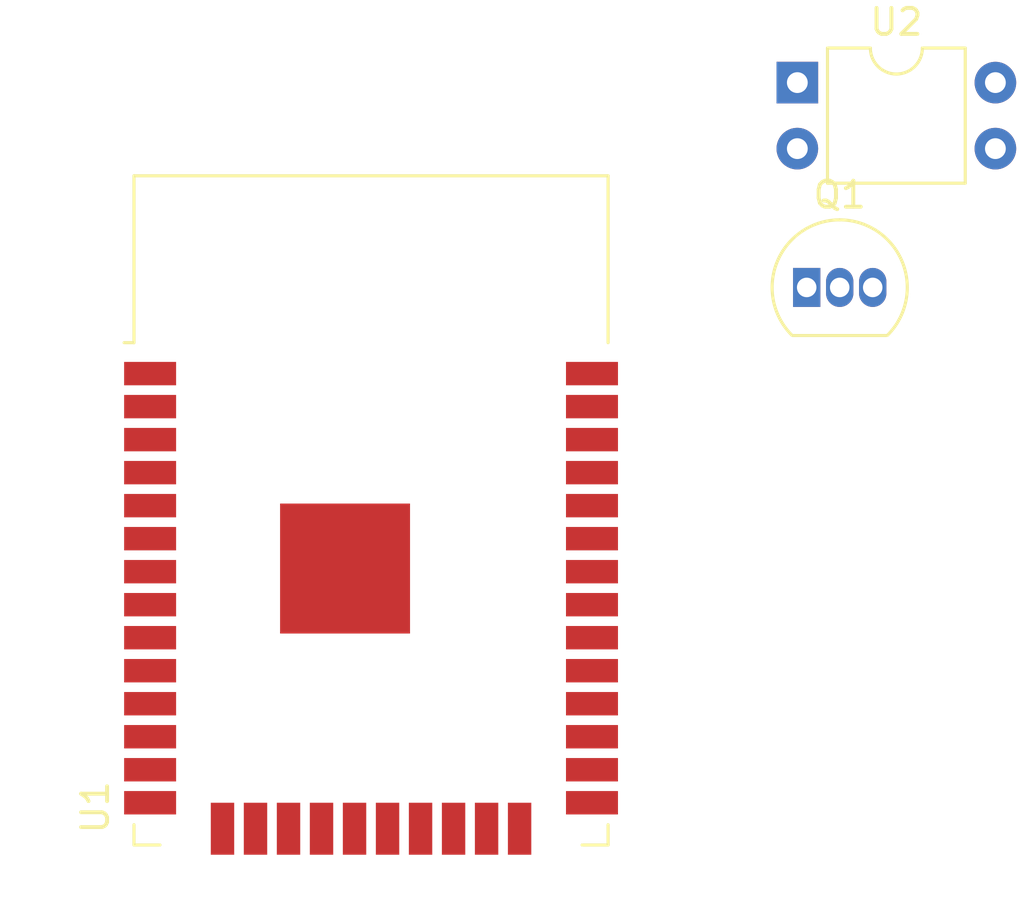
<source format=kicad_pcb>
(kicad_pcb (version 20171130) (host pcbnew "(5.1.9)-1")

  (general
    (thickness 1.6)
    (drawings 0)
    (tracks 0)
    (zones 0)
    (modules 3)
    (nets 42)
  )

  (page A4)
  (layers
    (0 F.Cu signal)
    (31 B.Cu signal)
    (32 B.Adhes user)
    (33 F.Adhes user)
    (34 B.Paste user)
    (35 F.Paste user)
    (36 B.SilkS user)
    (37 F.SilkS user)
    (38 B.Mask user)
    (39 F.Mask user)
    (40 Dwgs.User user)
    (41 Cmts.User user)
    (42 Eco1.User user)
    (43 Eco2.User user)
    (44 Edge.Cuts user)
    (45 Margin user)
    (46 B.CrtYd user)
    (47 F.CrtYd user)
    (48 B.Fab user)
    (49 F.Fab user)
  )

  (setup
    (last_trace_width 0.25)
    (trace_clearance 0.2)
    (zone_clearance 0.508)
    (zone_45_only no)
    (trace_min 0.2)
    (via_size 0.8)
    (via_drill 0.4)
    (via_min_size 0.4)
    (via_min_drill 0.3)
    (uvia_size 0.3)
    (uvia_drill 0.1)
    (uvias_allowed no)
    (uvia_min_size 0.2)
    (uvia_min_drill 0.1)
    (edge_width 0.05)
    (segment_width 0.2)
    (pcb_text_width 0.3)
    (pcb_text_size 1.5 1.5)
    (mod_edge_width 0.12)
    (mod_text_size 1 1)
    (mod_text_width 0.15)
    (pad_size 1.524 1.524)
    (pad_drill 0.762)
    (pad_to_mask_clearance 0)
    (aux_axis_origin 0 0)
    (visible_elements FFFFFF7F)
    (pcbplotparams
      (layerselection 0x010fc_ffffffff)
      (usegerberextensions false)
      (usegerberattributes true)
      (usegerberadvancedattributes true)
      (creategerberjobfile true)
      (excludeedgelayer true)
      (linewidth 0.100000)
      (plotframeref false)
      (viasonmask false)
      (mode 1)
      (useauxorigin false)
      (hpglpennumber 1)
      (hpglpenspeed 20)
      (hpglpendiameter 15.000000)
      (psnegative false)
      (psa4output false)
      (plotreference true)
      (plotvalue true)
      (plotinvisibletext false)
      (padsonsilk false)
      (subtractmaskfromsilk false)
      (outputformat 1)
      (mirror false)
      (drillshape 1)
      (scaleselection 1)
      (outputdirectory ""))
  )

  (net 0 "")
  (net 1 "Net-(Q1-Pad1)")
  (net 2 GND)
  (net 3 "Net-(Q1-Pad2)")
  (net 4 "Net-(U1-Pad1)")
  (net 5 "Net-(U1-Pad37)")
  (net 6 "Net-(U1-Pad36)")
  (net 7 "Net-(U1-Pad35)")
  (net 8 "Net-(U1-Pad34)")
  (net 9 "Net-(U1-Pad33)")
  (net 10 "Net-(U1-Pad32)")
  (net 11 "Net-(U1-Pad31)")
  (net 12 "Net-(U1-Pad30)")
  (net 13 "Net-(U1-Pad29)")
  (net 14 "Net-(U1-Pad28)")
  (net 15 "Net-(U1-Pad27)")
  (net 16 "Net-(U1-Pad26)")
  (net 17 "Net-(U1-Pad25)")
  (net 18 "Net-(U1-Pad24)")
  (net 19 "Net-(U1-Pad23)")
  (net 20 "Net-(U1-Pad22)")
  (net 21 "Net-(U1-Pad21)")
  (net 22 "Net-(U1-Pad20)")
  (net 23 "Net-(U1-Pad19)")
  (net 24 "Net-(U1-Pad18)")
  (net 25 "Net-(U1-Pad17)")
  (net 26 "Net-(R1-Pad2)")
  (net 27 "Net-(U1-Pad14)")
  (net 28 "Net-(U1-Pad13)")
  (net 29 "Net-(U1-Pad12)")
  (net 30 "Net-(U1-Pad11)")
  (net 31 "Net-(U1-Pad10)")
  (net 32 "Net-(U1-Pad9)")
  (net 33 "Net-(U1-Pad8)")
  (net 34 "Net-(U1-Pad7)")
  (net 35 "Net-(U1-Pad6)")
  (net 36 "Net-(U1-Pad5)")
  (net 37 "Net-(U1-Pad4)")
  (net 38 "Net-(U1-Pad3)")
  (net 39 "Net-(U1-Pad2)")
  (net 40 "Net-(U2-Pad4)")
  (net 41 "Net-(U2-Pad3)")

  (net_class Default "This is the default net class."
    (clearance 0.2)
    (trace_width 0.25)
    (via_dia 0.8)
    (via_drill 0.4)
    (uvia_dia 0.3)
    (uvia_drill 0.1)
    (add_net GND)
    (add_net "Net-(Q1-Pad1)")
    (add_net "Net-(Q1-Pad2)")
    (add_net "Net-(R1-Pad2)")
    (add_net "Net-(U1-Pad1)")
    (add_net "Net-(U1-Pad10)")
    (add_net "Net-(U1-Pad11)")
    (add_net "Net-(U1-Pad12)")
    (add_net "Net-(U1-Pad13)")
    (add_net "Net-(U1-Pad14)")
    (add_net "Net-(U1-Pad17)")
    (add_net "Net-(U1-Pad18)")
    (add_net "Net-(U1-Pad19)")
    (add_net "Net-(U1-Pad2)")
    (add_net "Net-(U1-Pad20)")
    (add_net "Net-(U1-Pad21)")
    (add_net "Net-(U1-Pad22)")
    (add_net "Net-(U1-Pad23)")
    (add_net "Net-(U1-Pad24)")
    (add_net "Net-(U1-Pad25)")
    (add_net "Net-(U1-Pad26)")
    (add_net "Net-(U1-Pad27)")
    (add_net "Net-(U1-Pad28)")
    (add_net "Net-(U1-Pad29)")
    (add_net "Net-(U1-Pad3)")
    (add_net "Net-(U1-Pad30)")
    (add_net "Net-(U1-Pad31)")
    (add_net "Net-(U1-Pad32)")
    (add_net "Net-(U1-Pad33)")
    (add_net "Net-(U1-Pad34)")
    (add_net "Net-(U1-Pad35)")
    (add_net "Net-(U1-Pad36)")
    (add_net "Net-(U1-Pad37)")
    (add_net "Net-(U1-Pad4)")
    (add_net "Net-(U1-Pad5)")
    (add_net "Net-(U1-Pad6)")
    (add_net "Net-(U1-Pad7)")
    (add_net "Net-(U1-Pad8)")
    (add_net "Net-(U1-Pad9)")
    (add_net "Net-(U2-Pad3)")
    (add_net "Net-(U2-Pad4)")
  )

  (module Package_DIP:DIP-4_W7.62mm (layer F.Cu) (tedit 5A02E8C5) (tstamp 61B519A2)
    (at 152.04 70.86)
    (descr "4-lead though-hole mounted DIP package, row spacing 7.62 mm (300 mils)")
    (tags "THT DIP DIL PDIP 2.54mm 7.62mm 300mil")
    (path /61B528D3)
    (fp_text reference U2 (at 3.81 -2.33) (layer F.SilkS)
      (effects (font (size 1 1) (thickness 0.15)))
    )
    (fp_text value LTV-817 (at 3.81 4.87) (layer F.Fab)
      (effects (font (size 1 1) (thickness 0.15)))
    )
    (fp_text user %R (at 3.81 1.27) (layer F.Fab)
      (effects (font (size 1 1) (thickness 0.15)))
    )
    (fp_arc (start 3.81 -1.33) (end 2.81 -1.33) (angle -180) (layer F.SilkS) (width 0.12))
    (fp_line (start 1.635 -1.27) (end 6.985 -1.27) (layer F.Fab) (width 0.1))
    (fp_line (start 6.985 -1.27) (end 6.985 3.81) (layer F.Fab) (width 0.1))
    (fp_line (start 6.985 3.81) (end 0.635 3.81) (layer F.Fab) (width 0.1))
    (fp_line (start 0.635 3.81) (end 0.635 -0.27) (layer F.Fab) (width 0.1))
    (fp_line (start 0.635 -0.27) (end 1.635 -1.27) (layer F.Fab) (width 0.1))
    (fp_line (start 2.81 -1.33) (end 1.16 -1.33) (layer F.SilkS) (width 0.12))
    (fp_line (start 1.16 -1.33) (end 1.16 3.87) (layer F.SilkS) (width 0.12))
    (fp_line (start 1.16 3.87) (end 6.46 3.87) (layer F.SilkS) (width 0.12))
    (fp_line (start 6.46 3.87) (end 6.46 -1.33) (layer F.SilkS) (width 0.12))
    (fp_line (start 6.46 -1.33) (end 4.81 -1.33) (layer F.SilkS) (width 0.12))
    (fp_line (start -1.1 -1.55) (end -1.1 4.1) (layer F.CrtYd) (width 0.05))
    (fp_line (start -1.1 4.1) (end 8.7 4.1) (layer F.CrtYd) (width 0.05))
    (fp_line (start 8.7 4.1) (end 8.7 -1.55) (layer F.CrtYd) (width 0.05))
    (fp_line (start 8.7 -1.55) (end -1.1 -1.55) (layer F.CrtYd) (width 0.05))
    (pad 4 thru_hole oval (at 7.62 0) (size 1.6 1.6) (drill 0.8) (layers *.Cu *.Mask)
      (net 40 "Net-(U2-Pad4)"))
    (pad 2 thru_hole oval (at 0 2.54) (size 1.6 1.6) (drill 0.8) (layers *.Cu *.Mask)
      (net 2 GND))
    (pad 3 thru_hole oval (at 7.62 2.54) (size 1.6 1.6) (drill 0.8) (layers *.Cu *.Mask)
      (net 41 "Net-(U2-Pad3)"))
    (pad 1 thru_hole rect (at 0 0) (size 1.6 1.6) (drill 0.8) (layers *.Cu *.Mask)
      (net 1 "Net-(Q1-Pad1)"))
    (model ${KISYS3DMOD}/Package_DIP.3dshapes/DIP-4_W7.62mm.wrl
      (at (xyz 0 0 0))
      (scale (xyz 1 1 1))
      (rotate (xyz 0 0 0))
    )
  )

  (module RF_Module:ESP32-WROOM-32 (layer F.Cu) (tedit 5B5B4654) (tstamp 61B5198A)
    (at 135.64 90.31)
    (descr "Single 2.4 GHz Wi-Fi and Bluetooth combo chip https://www.espressif.com/sites/default/files/documentation/esp32-wroom-32_datasheet_en.pdf")
    (tags "Single 2.4 GHz Wi-Fi and Bluetooth combo  chip")
    (path /61B515C0)
    (attr smd)
    (fp_text reference U1 (at -10.61 8.43 90) (layer F.SilkS)
      (effects (font (size 1 1) (thickness 0.15)))
    )
    (fp_text value ESP32-WROOM-32 (at 0 11.5) (layer F.Fab)
      (effects (font (size 1 1) (thickness 0.15)))
    )
    (fp_text user "5 mm" (at 7.8 -19.075 90) (layer Cmts.User)
      (effects (font (size 0.5 0.5) (thickness 0.1)))
    )
    (fp_text user "5 mm" (at -11.2 -14.375) (layer Cmts.User)
      (effects (font (size 0.5 0.5) (thickness 0.1)))
    )
    (fp_text user "5 mm" (at 11.8 -14.375) (layer Cmts.User)
      (effects (font (size 0.5 0.5) (thickness 0.1)))
    )
    (fp_text user Antenna (at 0 -13) (layer Cmts.User)
      (effects (font (size 1 1) (thickness 0.15)))
    )
    (fp_text user "KEEP-OUT ZONE" (at 0 -19) (layer Cmts.User)
      (effects (font (size 1 1) (thickness 0.15)))
    )
    (fp_text user %R (at 0 0) (layer F.Fab)
      (effects (font (size 1 1) (thickness 0.15)))
    )
    (fp_line (start -14 -9.97) (end -14 -20.75) (layer Dwgs.User) (width 0.1))
    (fp_line (start 9 9.76) (end 9 -15.745) (layer F.Fab) (width 0.1))
    (fp_line (start -9 9.76) (end 9 9.76) (layer F.Fab) (width 0.1))
    (fp_line (start -9 -15.745) (end -9 -10.02) (layer F.Fab) (width 0.1))
    (fp_line (start -9 -15.745) (end 9 -15.745) (layer F.Fab) (width 0.1))
    (fp_line (start -9.75 10.5) (end -9.75 -9.72) (layer F.CrtYd) (width 0.05))
    (fp_line (start -9.75 10.5) (end 9.75 10.5) (layer F.CrtYd) (width 0.05))
    (fp_line (start 9.75 -9.72) (end 9.75 10.5) (layer F.CrtYd) (width 0.05))
    (fp_line (start -14.25 -21) (end 14.25 -21) (layer F.CrtYd) (width 0.05))
    (fp_line (start -9 -9.02) (end -9 9.76) (layer F.Fab) (width 0.1))
    (fp_line (start -8.5 -9.52) (end -9 -10.02) (layer F.Fab) (width 0.1))
    (fp_line (start -9 -9.02) (end -8.5 -9.52) (layer F.Fab) (width 0.1))
    (fp_line (start 14 -9.97) (end -14 -9.97) (layer Dwgs.User) (width 0.1))
    (fp_line (start 14 -9.97) (end 14 -20.75) (layer Dwgs.User) (width 0.1))
    (fp_line (start 14 -20.75) (end -14 -20.75) (layer Dwgs.User) (width 0.1))
    (fp_line (start -14.25 -21) (end -14.25 -9.72) (layer F.CrtYd) (width 0.05))
    (fp_line (start 14.25 -21) (end 14.25 -9.72) (layer F.CrtYd) (width 0.05))
    (fp_line (start -14.25 -9.72) (end -9.75 -9.72) (layer F.CrtYd) (width 0.05))
    (fp_line (start 9.75 -9.72) (end 14.25 -9.72) (layer F.CrtYd) (width 0.05))
    (fp_line (start -12.525 -20.75) (end -14 -19.66) (layer Dwgs.User) (width 0.1))
    (fp_line (start -10.525 -20.75) (end -14 -18.045) (layer Dwgs.User) (width 0.1))
    (fp_line (start -8.525 -20.75) (end -14 -16.43) (layer Dwgs.User) (width 0.1))
    (fp_line (start -6.525 -20.75) (end -14 -14.815) (layer Dwgs.User) (width 0.1))
    (fp_line (start -4.525 -20.75) (end -14 -13.2) (layer Dwgs.User) (width 0.1))
    (fp_line (start -2.525 -20.75) (end -14 -11.585) (layer Dwgs.User) (width 0.1))
    (fp_line (start -0.525 -20.75) (end -14 -9.97) (layer Dwgs.User) (width 0.1))
    (fp_line (start 1.475 -20.75) (end -12 -9.97) (layer Dwgs.User) (width 0.1))
    (fp_line (start 3.475 -20.75) (end -10 -9.97) (layer Dwgs.User) (width 0.1))
    (fp_line (start -8 -9.97) (end 5.475 -20.75) (layer Dwgs.User) (width 0.1))
    (fp_line (start 7.475 -20.75) (end -6 -9.97) (layer Dwgs.User) (width 0.1))
    (fp_line (start 9.475 -20.75) (end -4 -9.97) (layer Dwgs.User) (width 0.1))
    (fp_line (start 11.475 -20.75) (end -2 -9.97) (layer Dwgs.User) (width 0.1))
    (fp_line (start 13.475 -20.75) (end 0 -9.97) (layer Dwgs.User) (width 0.1))
    (fp_line (start 14 -19.66) (end 2 -9.97) (layer Dwgs.User) (width 0.1))
    (fp_line (start 14 -18.045) (end 4 -9.97) (layer Dwgs.User) (width 0.1))
    (fp_line (start 14 -16.43) (end 6 -9.97) (layer Dwgs.User) (width 0.1))
    (fp_line (start 14 -14.815) (end 8 -9.97) (layer Dwgs.User) (width 0.1))
    (fp_line (start 14 -13.2) (end 10 -9.97) (layer Dwgs.User) (width 0.1))
    (fp_line (start 14 -11.585) (end 12 -9.97) (layer Dwgs.User) (width 0.1))
    (fp_line (start 9.2 -13.875) (end 13.8 -13.875) (layer Cmts.User) (width 0.1))
    (fp_line (start 13.8 -13.875) (end 13.6 -14.075) (layer Cmts.User) (width 0.1))
    (fp_line (start 13.8 -13.875) (end 13.6 -13.675) (layer Cmts.User) (width 0.1))
    (fp_line (start 9.2 -13.875) (end 9.4 -14.075) (layer Cmts.User) (width 0.1))
    (fp_line (start 9.2 -13.875) (end 9.4 -13.675) (layer Cmts.User) (width 0.1))
    (fp_line (start -13.8 -13.875) (end -13.6 -14.075) (layer Cmts.User) (width 0.1))
    (fp_line (start -13.8 -13.875) (end -13.6 -13.675) (layer Cmts.User) (width 0.1))
    (fp_line (start -9.2 -13.875) (end -9.4 -13.675) (layer Cmts.User) (width 0.1))
    (fp_line (start -13.8 -13.875) (end -9.2 -13.875) (layer Cmts.User) (width 0.1))
    (fp_line (start -9.2 -13.875) (end -9.4 -14.075) (layer Cmts.User) (width 0.1))
    (fp_line (start 8.4 -16) (end 8.2 -16.2) (layer Cmts.User) (width 0.1))
    (fp_line (start 8.4 -16) (end 8.6 -16.2) (layer Cmts.User) (width 0.1))
    (fp_line (start 8.4 -20.6) (end 8.6 -20.4) (layer Cmts.User) (width 0.1))
    (fp_line (start 8.4 -16) (end 8.4 -20.6) (layer Cmts.User) (width 0.1))
    (fp_line (start 8.4 -20.6) (end 8.2 -20.4) (layer Cmts.User) (width 0.1))
    (fp_line (start -9.12 9.1) (end -9.12 9.88) (layer F.SilkS) (width 0.12))
    (fp_line (start -9.12 9.88) (end -8.12 9.88) (layer F.SilkS) (width 0.12))
    (fp_line (start 9.12 9.1) (end 9.12 9.88) (layer F.SilkS) (width 0.12))
    (fp_line (start 9.12 9.88) (end 8.12 9.88) (layer F.SilkS) (width 0.12))
    (fp_line (start -9.12 -15.865) (end 9.12 -15.865) (layer F.SilkS) (width 0.12))
    (fp_line (start 9.12 -15.865) (end 9.12 -9.445) (layer F.SilkS) (width 0.12))
    (fp_line (start -9.12 -15.865) (end -9.12 -9.445) (layer F.SilkS) (width 0.12))
    (fp_line (start -9.12 -9.445) (end -9.5 -9.445) (layer F.SilkS) (width 0.12))
    (pad 38 smd rect (at 8.5 -8.255) (size 2 0.9) (layers F.Cu F.Paste F.Mask)
      (net 4 "Net-(U1-Pad1)"))
    (pad 37 smd rect (at 8.5 -6.985) (size 2 0.9) (layers F.Cu F.Paste F.Mask)
      (net 5 "Net-(U1-Pad37)"))
    (pad 36 smd rect (at 8.5 -5.715) (size 2 0.9) (layers F.Cu F.Paste F.Mask)
      (net 6 "Net-(U1-Pad36)"))
    (pad 35 smd rect (at 8.5 -4.445) (size 2 0.9) (layers F.Cu F.Paste F.Mask)
      (net 7 "Net-(U1-Pad35)"))
    (pad 34 smd rect (at 8.5 -3.175) (size 2 0.9) (layers F.Cu F.Paste F.Mask)
      (net 8 "Net-(U1-Pad34)"))
    (pad 33 smd rect (at 8.5 -1.905) (size 2 0.9) (layers F.Cu F.Paste F.Mask)
      (net 9 "Net-(U1-Pad33)"))
    (pad 32 smd rect (at 8.5 -0.635) (size 2 0.9) (layers F.Cu F.Paste F.Mask)
      (net 10 "Net-(U1-Pad32)"))
    (pad 31 smd rect (at 8.5 0.635) (size 2 0.9) (layers F.Cu F.Paste F.Mask)
      (net 11 "Net-(U1-Pad31)"))
    (pad 30 smd rect (at 8.5 1.905) (size 2 0.9) (layers F.Cu F.Paste F.Mask)
      (net 12 "Net-(U1-Pad30)"))
    (pad 29 smd rect (at 8.5 3.175) (size 2 0.9) (layers F.Cu F.Paste F.Mask)
      (net 13 "Net-(U1-Pad29)"))
    (pad 28 smd rect (at 8.5 4.445) (size 2 0.9) (layers F.Cu F.Paste F.Mask)
      (net 14 "Net-(U1-Pad28)"))
    (pad 27 smd rect (at 8.5 5.715) (size 2 0.9) (layers F.Cu F.Paste F.Mask)
      (net 15 "Net-(U1-Pad27)"))
    (pad 26 smd rect (at 8.5 6.985) (size 2 0.9) (layers F.Cu F.Paste F.Mask)
      (net 16 "Net-(U1-Pad26)"))
    (pad 25 smd rect (at 8.5 8.255) (size 2 0.9) (layers F.Cu F.Paste F.Mask)
      (net 17 "Net-(U1-Pad25)"))
    (pad 24 smd rect (at 5.715 9.255 90) (size 2 0.9) (layers F.Cu F.Paste F.Mask)
      (net 18 "Net-(U1-Pad24)"))
    (pad 23 smd rect (at 4.445 9.255 90) (size 2 0.9) (layers F.Cu F.Paste F.Mask)
      (net 19 "Net-(U1-Pad23)"))
    (pad 22 smd rect (at 3.175 9.255 90) (size 2 0.9) (layers F.Cu F.Paste F.Mask)
      (net 20 "Net-(U1-Pad22)"))
    (pad 21 smd rect (at 1.905 9.255 90) (size 2 0.9) (layers F.Cu F.Paste F.Mask)
      (net 21 "Net-(U1-Pad21)"))
    (pad 20 smd rect (at 0.635 9.255 90) (size 2 0.9) (layers F.Cu F.Paste F.Mask)
      (net 22 "Net-(U1-Pad20)"))
    (pad 19 smd rect (at -0.635 9.255 90) (size 2 0.9) (layers F.Cu F.Paste F.Mask)
      (net 23 "Net-(U1-Pad19)"))
    (pad 18 smd rect (at -1.905 9.255 90) (size 2 0.9) (layers F.Cu F.Paste F.Mask)
      (net 24 "Net-(U1-Pad18)"))
    (pad 17 smd rect (at -3.175 9.255 90) (size 2 0.9) (layers F.Cu F.Paste F.Mask)
      (net 25 "Net-(U1-Pad17)"))
    (pad 16 smd rect (at -4.445 9.255 90) (size 2 0.9) (layers F.Cu F.Paste F.Mask)
      (net 26 "Net-(R1-Pad2)"))
    (pad 15 smd rect (at -5.715 9.255 90) (size 2 0.9) (layers F.Cu F.Paste F.Mask)
      (net 4 "Net-(U1-Pad1)"))
    (pad 14 smd rect (at -8.5 8.255) (size 2 0.9) (layers F.Cu F.Paste F.Mask)
      (net 27 "Net-(U1-Pad14)"))
    (pad 13 smd rect (at -8.5 6.985) (size 2 0.9) (layers F.Cu F.Paste F.Mask)
      (net 28 "Net-(U1-Pad13)"))
    (pad 12 smd rect (at -8.5 5.715) (size 2 0.9) (layers F.Cu F.Paste F.Mask)
      (net 29 "Net-(U1-Pad12)"))
    (pad 11 smd rect (at -8.5 4.445) (size 2 0.9) (layers F.Cu F.Paste F.Mask)
      (net 30 "Net-(U1-Pad11)"))
    (pad 10 smd rect (at -8.5 3.175) (size 2 0.9) (layers F.Cu F.Paste F.Mask)
      (net 31 "Net-(U1-Pad10)"))
    (pad 9 smd rect (at -8.5 1.905) (size 2 0.9) (layers F.Cu F.Paste F.Mask)
      (net 32 "Net-(U1-Pad9)"))
    (pad 8 smd rect (at -8.5 0.635) (size 2 0.9) (layers F.Cu F.Paste F.Mask)
      (net 33 "Net-(U1-Pad8)"))
    (pad 7 smd rect (at -8.5 -0.635) (size 2 0.9) (layers F.Cu F.Paste F.Mask)
      (net 34 "Net-(U1-Pad7)"))
    (pad 6 smd rect (at -8.5 -1.905) (size 2 0.9) (layers F.Cu F.Paste F.Mask)
      (net 35 "Net-(U1-Pad6)"))
    (pad 5 smd rect (at -8.5 -3.175) (size 2 0.9) (layers F.Cu F.Paste F.Mask)
      (net 36 "Net-(U1-Pad5)"))
    (pad 4 smd rect (at -8.5 -4.445) (size 2 0.9) (layers F.Cu F.Paste F.Mask)
      (net 37 "Net-(U1-Pad4)"))
    (pad 3 smd rect (at -8.5 -5.715) (size 2 0.9) (layers F.Cu F.Paste F.Mask)
      (net 38 "Net-(U1-Pad3)"))
    (pad 2 smd rect (at -8.5 -6.985) (size 2 0.9) (layers F.Cu F.Paste F.Mask)
      (net 39 "Net-(U1-Pad2)"))
    (pad 1 smd rect (at -8.5 -8.255) (size 2 0.9) (layers F.Cu F.Paste F.Mask)
      (net 4 "Net-(U1-Pad1)"))
    (pad 39 smd rect (at -1 -0.755) (size 5 5) (layers F.Cu F.Paste F.Mask)
      (net 4 "Net-(U1-Pad1)"))
    (model ${KISYS3DMOD}/RF_Module.3dshapes/ESP32-WROOM-32.wrl
      (at (xyz 0 0 0))
      (scale (xyz 1 1 1))
      (rotate (xyz 0 0 0))
    )
  )

  (module Package_TO_SOT_THT:TO-92_Inline (layer F.Cu) (tedit 5A1DD157) (tstamp 61B5191B)
    (at 152.4 78.74)
    (descr "TO-92 leads in-line, narrow, oval pads, drill 0.75mm (see NXP sot054_po.pdf)")
    (tags "to-92 sc-43 sc-43a sot54 PA33 transistor")
    (path /61B53D88)
    (fp_text reference Q1 (at 1.27 -3.56) (layer F.SilkS)
      (effects (font (size 1 1) (thickness 0.15)))
    )
    (fp_text value BC547 (at 1.27 2.79) (layer F.Fab)
      (effects (font (size 1 1) (thickness 0.15)))
    )
    (fp_arc (start 1.27 0) (end 1.27 -2.6) (angle 135) (layer F.SilkS) (width 0.12))
    (fp_arc (start 1.27 0) (end 1.27 -2.48) (angle -135) (layer F.Fab) (width 0.1))
    (fp_arc (start 1.27 0) (end 1.27 -2.6) (angle -135) (layer F.SilkS) (width 0.12))
    (fp_arc (start 1.27 0) (end 1.27 -2.48) (angle 135) (layer F.Fab) (width 0.1))
    (fp_text user %R (at 1.27 0) (layer F.Fab)
      (effects (font (size 1 1) (thickness 0.15)))
    )
    (fp_line (start -0.53 1.85) (end 3.07 1.85) (layer F.SilkS) (width 0.12))
    (fp_line (start -0.5 1.75) (end 3 1.75) (layer F.Fab) (width 0.1))
    (fp_line (start -1.46 -2.73) (end 4 -2.73) (layer F.CrtYd) (width 0.05))
    (fp_line (start -1.46 -2.73) (end -1.46 2.01) (layer F.CrtYd) (width 0.05))
    (fp_line (start 4 2.01) (end 4 -2.73) (layer F.CrtYd) (width 0.05))
    (fp_line (start 4 2.01) (end -1.46 2.01) (layer F.CrtYd) (width 0.05))
    (pad 1 thru_hole rect (at 0 0) (size 1.05 1.5) (drill 0.75) (layers *.Cu *.Mask)
      (net 1 "Net-(Q1-Pad1)"))
    (pad 3 thru_hole oval (at 2.54 0) (size 1.05 1.5) (drill 0.75) (layers *.Cu *.Mask)
      (net 2 GND))
    (pad 2 thru_hole oval (at 1.27 0) (size 1.05 1.5) (drill 0.75) (layers *.Cu *.Mask)
      (net 3 "Net-(Q1-Pad2)"))
    (model ${KISYS3DMOD}/Package_TO_SOT_THT.3dshapes/TO-92_Inline.wrl
      (at (xyz 0 0 0))
      (scale (xyz 1 1 1))
      (rotate (xyz 0 0 0))
    )
  )

)

</source>
